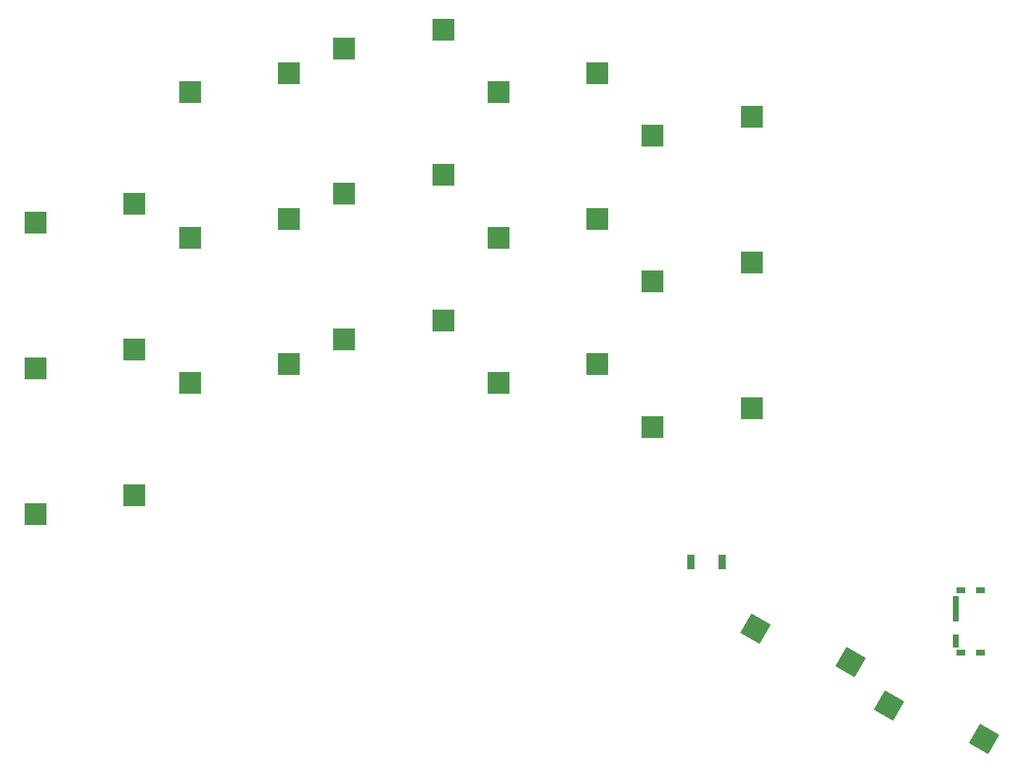
<source format=gbr>
%TF.GenerationSoftware,KiCad,Pcbnew,(6.0.6-1)-1*%
%TF.CreationDate,2023-03-28T00:01:58-05:00*%
%TF.ProjectId,smcboard,736d6362-6f61-4726-942e-6b696361645f,v1.0.0*%
%TF.SameCoordinates,Original*%
%TF.FileFunction,Paste,Top*%
%TF.FilePolarity,Positive*%
%FSLAX46Y46*%
G04 Gerber Fmt 4.6, Leading zero omitted, Abs format (unit mm)*
G04 Created by KiCad (PCBNEW (6.0.6-1)-1) date 2023-03-28 00:01:58*
%MOMM*%
%LPD*%
G01*
G04 APERTURE LIST*
G04 Aperture macros list*
%AMRotRect*
0 Rectangle, with rotation*
0 The origin of the aperture is its center*
0 $1 length*
0 $2 width*
0 $3 Rotation angle, in degrees counterclockwise*
0 Add horizontal line*
21,1,$1,$2,0,0,$3*%
G04 Aperture macros list end*
%ADD10R,0.900000X1.700000*%
%ADD11R,0.700000X1.500000*%
%ADD12R,1.000000X0.800000*%
%ADD13R,2.600000X2.600000*%
%ADD14RotRect,2.600000X2.600000X330.000000*%
G04 APERTURE END LIST*
D10*
%TO.C,*%
X217475000Y-167800000D03*
X221075000Y-167800000D03*
%TD*%
D11*
%TO.C,*%
X248345000Y-177050000D03*
X248345000Y-174050000D03*
X248345000Y-172550000D03*
D12*
X251205000Y-178450000D03*
X251205000Y-171150000D03*
X248995000Y-171150000D03*
X248995000Y-178450000D03*
%TD*%
D13*
%TO.C,S1*%
X152550000Y-160050000D03*
X141000000Y-162250000D03*
%TD*%
%TO.C,S2*%
X152550000Y-143050000D03*
X141000000Y-145250000D03*
%TD*%
%TO.C,S3*%
X152550000Y-126050000D03*
X141000000Y-128250000D03*
%TD*%
%TO.C,S4*%
X170550000Y-144750000D03*
X159000000Y-146950000D03*
%TD*%
%TO.C,S5*%
X170550000Y-127750000D03*
X159000000Y-129950000D03*
%TD*%
%TO.C,S6*%
X170550000Y-110750000D03*
X159000000Y-112950000D03*
%TD*%
%TO.C,S7*%
X188550000Y-139650000D03*
X177000000Y-141850000D03*
%TD*%
%TO.C,S8*%
X188550000Y-122650000D03*
X177000000Y-124850000D03*
%TD*%
%TO.C,S9*%
X188550000Y-105650000D03*
X177000000Y-107850000D03*
%TD*%
%TO.C,S10*%
X206550000Y-144750000D03*
X195000000Y-146950000D03*
%TD*%
%TO.C,S11*%
X206550000Y-127750000D03*
X195000000Y-129950000D03*
%TD*%
%TO.C,S12*%
X206550000Y-110750000D03*
X195000000Y-112950000D03*
%TD*%
%TO.C,S13*%
X224550000Y-149850000D03*
X213000000Y-152050000D03*
%TD*%
%TO.C,S14*%
X224550000Y-132850000D03*
X213000000Y-135050000D03*
%TD*%
%TO.C,S15*%
X224550000Y-115850000D03*
X213000000Y-118050000D03*
%TD*%
D14*
%TO.C,S16*%
X236086233Y-179484649D03*
X224983640Y-175614905D03*
%TD*%
%TO.C,S17*%
X251674690Y-188484649D03*
X240572097Y-184614905D03*
%TD*%
M02*

</source>
